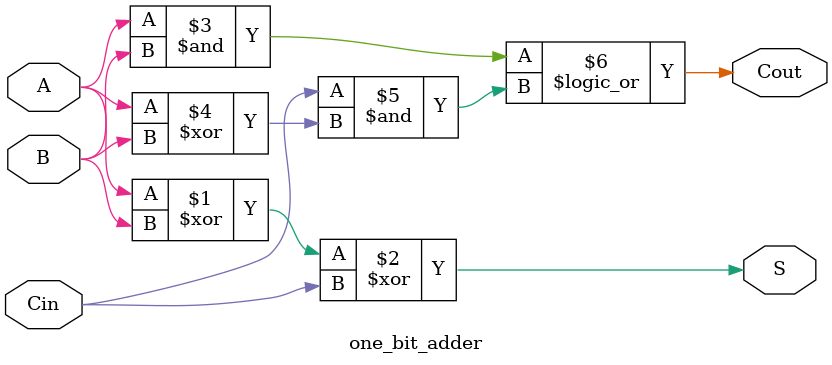
<source format=v>
`timescale 1ns / 1ps


module one_bit_adder(input A,B,Cin,output S,Cout);

    assign S = A ^ B ^ Cin;
    assign Cout = (A&B) || (Cin & (A^B));
    
endmodule

</source>
